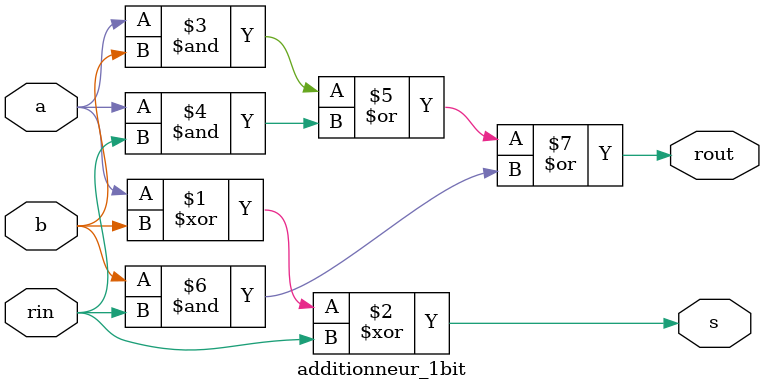
<source format=v>
module additionneur_1bit (a, b, rin, s, rout);
    input a;
    input b;
    input rin;
    output s;
    output rout;

    assign s = (a ^ b) ^ rin;
    assign rout = (a & b) | (a & rin) | (b & rin);

endmodule
</source>
